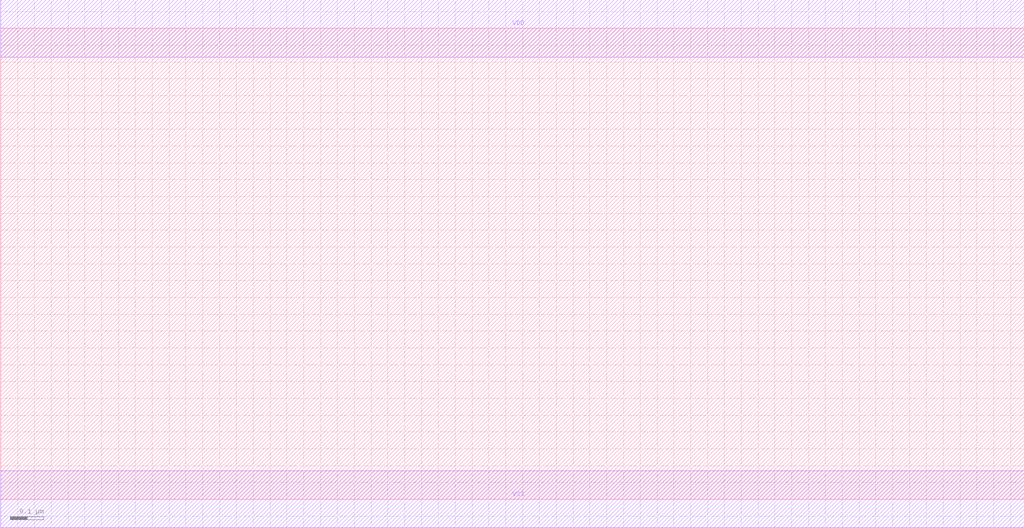
<source format=lef>
# 
# ******************************************************************************
# *                                                                            *
# *                   Copyright (C) 2004-2010, Nangate Inc.                    *
# *                           All rights reserved.                             *
# *                                                                            *
# * Nangate and the Nangate logo are trademarks of Nangate Inc.                *
# *                                                                            *
# * All trademarks, logos, software marks, and trade names (collectively the   *
# * "Marks") in this program are proprietary to Nangate or other respective    *
# * owners that have granted Nangate the right and license to use such Marks.  *
# * You are not permitted to use the Marks without the prior written consent   *
# * of Nangate or such third party that may own the Marks.                     *
# *                                                                            *
# * This file has been provided pursuant to a License Agreement containing     *
# * restrictions on its use. This file contains valuable trade secrets and     *
# * proprietary information of Nangate Inc., and is protected by U.S. and      *
# * international laws and/or treaties.                                        *
# *                                                                            *
# * The copyright notice(s) in this file does not indicate actual or intended  *
# * publication of this file.                                                  *
# *                                                                            *
# *     NGLibraryCreator, v2010.08-HR32-SP3-2010-08-05 - build 1009061800      *
# *                                                                            *
# ******************************************************************************
# 
# 
# Running on brazil06.nangate.com.br for user Giancarlo Franciscatto (gfr).
# Local time is now Fri, 3 Dec 2010, 19:32:18.
# Main process id is 27821.

VERSION 5.6 ;
BUSBITCHARS "[]" ;
DIVIDERCHAR "/" ;

MACRO FILLCELL_X16
  CLASS core ;
  FOREIGN FILLCELL_X16 0.0 0.0 ;
  ORIGIN 0 0 ;
  SYMMETRY X Y ;
  SITE FreePDK45_38x28_10R_NP_162NW_34O ;
  SIZE 3.04 BY 1.4 ;
  PIN VDD
    DIRECTION INOUT ;
    USE power ;
    SHAPE ABUTMENT ;
    PORT
      LAYER metal1 ;
        POLYGON 0 1.315 3.04 1.315 3.04 1.485 0 1.485  ;
    END
  END VDD
  PIN VSS
    DIRECTION INOUT ;
    USE ground ;
    SHAPE ABUTMENT ;
    PORT
      LAYER metal1 ;
        POLYGON 0 -0.085 3.04 -0.085 3.04 0.085 0 0.085  ;
    END
  END VSS
END FILLCELL_X16

END LIBRARY
#
# End of file
#

</source>
